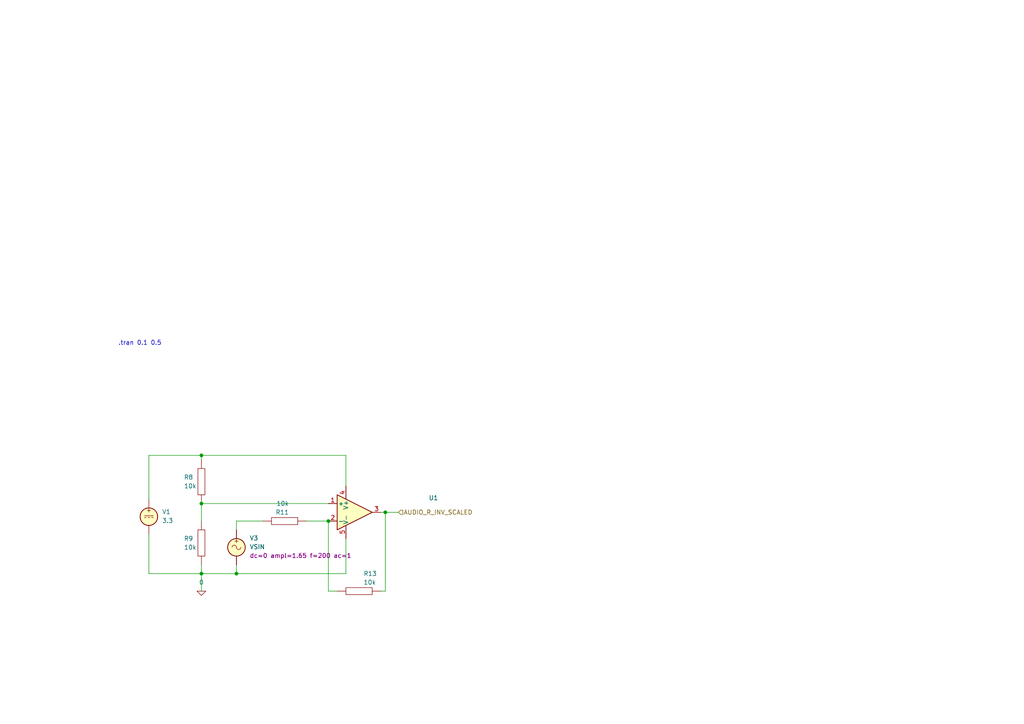
<source format=kicad_sch>
(kicad_sch (version 20230121) (generator eeschema)
  (paper "A4")
  (lib_symbols
    (symbol "Simulation_SPICE:0" (power) (pin_names (offset 0))
      (property "Value" "0" (at 0 -1.778 0))
      (symbol "0_0_1"
        (polyline (pts (xy -1.27 0) (xy 0 -1.27) (xy 1.27 0) (xy -1.27 0)))
      )
      (symbol "0_1_1"
        (pin power_in line (at 0 0 0) (length 0) hide (name "0") (number "1"))
      )
    )
    (symbol "Simulation_SPICE:OPAMP" (pin_names (offset 0.254))
      (property "Reference" "U" (at 3.81 3.175 0))
      (property "Value" "${SIM.PARAMS}" (at 3.81 -3.175 0))
      (symbol "OPAMP_0_1"
        (polyline (pts (xy 5.08 0) (xy -5.08 5.08) (xy -5.08 -5.08) (xy 5.08 0)) (stroke (width 0.254)) (fill (type background)))
      )
      (symbol "OPAMP_1_1"
        (pin input line (at -7.62 2.54 0) (length 2.54) (name "+") (number "1"))
        (pin input line (at -7.62 -2.54 0) (length 2.54) (name "-") (number "2"))
        (pin output line (at 7.62 0 180) (length 2.54) (name "~") (number "3"))
        (pin power_in line (at -2.54 7.62 270) (length 3.81) (name "V+") (number "4"))
        (pin power_in line (at -2.54 -7.62 90) (length 3.81) (name "V-") (number "5"))
      )
    )
    (symbol "Simulation_SPICE:VDC" (pin_numbers hide) (pin_names (offset 0.0254))
      (property "Reference" "V" (at 2.54 2.54 0))
      (property "Value" "1" (at 2.54 0 0))
      (symbol "VDC_0_0"
        (polyline (pts (xy -1.27 0.254) (xy 1.27 0.254)))
        (polyline (pts (xy -0.762 -0.254) (xy -1.27 -0.254)))
        (polyline (pts (xy 0.254 -0.254) (xy -0.254 -0.254)))
        (polyline (pts (xy 1.27 -0.254) (xy 0.762 -0.254)))
        (text "+" (at 0 1.905 0) (effects (font (size 1.27 1.27))))
      )
      (symbol "VDC_0_1"
        (circle (center 0 0) (radius 2.54) (stroke (width 0.254)) (fill (type background)))
      )
      (symbol "VDC_1_1"
        (pin passive line (at 0 5.08 270) (length 2.54) (name "~") (number "1"))
        (pin passive line (at 0 -5.08 90) (length 2.54) (name "~") (number "2"))
      )
    )
    (symbol "Simulation_SPICE:VSIN" (pin_numbers hide) (pin_names (offset 0.0254))
      (property "Reference" "V" (at 2.54 2.54 0))
      (property "Value" "VSIN" (at 2.54 0 0))
      (property "Sim.Params" "dc=0 ampl=1 f=1k ac=1" (at 2.54 -2.54 0))
      (symbol "VSIN_0_0"
        (arc (start 0 0) (mid -0.635 0.6323) (end -1.27 0))
        (arc (start 0 0) (mid 0.635 -0.6323) (end 1.27 0))
        (text "+" (at 0 1.905 0) (effects (font (size 1.27 1.27))))
      )
      (symbol "VSIN_0_1"
        (circle (center 0 0) (radius 2.54) (stroke (width 0.254)) (fill (type background)))
      )
      (symbol "VSIN_1_1"
        (pin passive line (at 0 5.08 270) (length 2.54) (name "~") (number "1"))
        (pin passive line (at 0 -5.08 90) (length 2.54) (name "~") (number "2"))
      )
    )
    (symbol "pspice:R" (pin_numbers hide) (pin_names (offset 0))
      (property "Reference" "R" (at 2.032 0 90))
      (property "Value" "R" (at 0 0 90))
      (symbol "R_0_1"
        (rectangle (start -1.016 3.81) (end 1.016 -3.81))
      )
      (symbol "R_1_1"
        (pin passive line (at 0 6.35 270) (length 2.54) (name "~") (number "1"))
        (pin passive line (at 0 -6.35 90) (length 2.54) (name "~") (number "2"))
      )
    )
  )
  (junction (at 58.42 166.37))
  (junction (at 68.58 166.37))
  (junction (at 58.42 146.05))
  (junction (at 95.25 151.13))
  (junction (at 58.42 132.08))
  (junction (at 111.76 148.59))
  (wire (pts (xy 68.58 153.67) (xy 68.58 151.13)))
  (wire (pts (xy 43.18 166.37) (xy 58.42 166.37)))
  (wire (pts (xy 58.42 163.83) (xy 58.42 166.37)))
  (wire (pts (xy 111.76 171.45) (xy 111.76 148.59)))
  (wire (pts (xy 111.76 148.59) (xy 115.57 148.59)))
  (wire (pts (xy 58.42 132.08) (xy 58.42 133.35)))
  (wire (pts (xy 58.42 146.05) (xy 95.25 146.05)))
  (wire (pts (xy 88.9 151.13) (xy 95.25 151.13)))
  (wire (pts (xy 100.33 132.08) (xy 100.33 140.97)))
  (wire (pts (xy 68.58 166.37) (xy 68.58 163.83)))
  (wire (pts (xy 100.33 156.21) (xy 100.33 166.37)))
  (wire (pts (xy 43.18 132.08) (xy 58.42 132.08)))
  (wire (pts (xy 111.76 148.59) (xy 110.49 148.59)))
  (wire (pts (xy 68.58 151.13) (xy 76.2 151.13)))
  (wire (pts (xy 58.42 132.08) (xy 100.33 132.08)))
  (wire (pts (xy 110.49 171.45) (xy 111.76 171.45)))
  (wire (pts (xy 58.42 166.37) (xy 58.42 171.45)))
  (wire (pts (xy 68.58 166.37) (xy 58.42 166.37)))
  (wire (pts (xy 43.18 154.94) (xy 43.18 166.37)))
  (wire (pts (xy 58.42 146.05) (xy 58.42 151.13)))
  (wire (pts (xy 100.33 166.37) (xy 68.58 166.37)))
  (wire (pts (xy 95.25 171.45) (xy 95.25 151.13)))
  (wire (pts (xy 97.79 171.45) (xy 95.25 171.45)))
  (wire (pts (xy 43.18 144.78) (xy 43.18 132.08)))
  (text ".tran 0.1 0.5" (at 34.29 100.33 0) (effects (font (size 1.27 1.27)) (justify left bottom)))
  (hierarchical_label "AUDIO_R_INV_SCALED" (shape input) (at 115.57 148.59 0))
  (symbol (lib_id "Simulation_SPICE:VDC") (at 43.18 149.86 0) (unit 1)
    (property "Reference" "V1" (at 46.99 148.4602 0) (effects (justify left)))
    (property "Value" "3.3" (at 46.99 151.0002 0) (effects (justify left)))
    (property "Sim.Pins" "1=+ 2=-" (effects hide))
    (property "Sim.Type" "DC" (effects hide))
    (property "Sim.Device" "V" (effects hide))
  )
  (symbol (lib_id "pspice:R") (at 82.55 151.13 90) (unit 1)
    (property "Reference" "R11" (at 83.82 148.59 90) (effects (justify left)))
    (property "Value" "10k" (at 83.82 146.05 90) (effects (justify left)))
  )
  (symbol (lib_id "pspice:R") (at 58.42 139.7 0) (unit 1)
    (property "Reference" "R8" (at 53.34 138.43 0) (effects (justify left)))
    (property "Value" "10k" (at 53.34 140.97 0) (effects (justify left)))
  )
  (symbol (lib_id "pspice:R") (at 104.14 171.45 270) (unit 1)
    (property "Reference" "R13" (at 105.41 166.37 90) (effects (justify left)))
    (property "Value" "10k" (at 105.41 168.91 90) (effects (justify left)))
  )
  (symbol (lib_id "pspice:R") (at 58.42 157.48 0) (unit 1)
    (property "Reference" "R9" (at 53.34 156.21 0) (effects (justify left)))
    (property "Value" "10k" (at 53.34 158.75 0) (effects (justify left)))
  )
  (symbol (lib_id "Simulation_SPICE:VSIN") (at 68.58 158.75 0) (unit 1)
    (property "Reference" "V3" (at 72.39 156.0802 0) (effects (justify left)))
    (property "Value" "VSIN" (at 72.39 158.6202 0) (effects (justify left)))
    (property "Sim.Pins" "1=+ 2=-" (effects hide))
    (property "Sim.Params" "dc=0 ampl=1.65 f=200 ac=1" (at 72.39 161.1602 0) (effects (justify left)))
    (property "Sim.Type" "SIN" (effects hide))
    (property "Sim.Device" "V" (effects hide))
  )
  (symbol (lib_id "Simulation_SPICE:0") (at 58.42 171.45 0) (unit 1)
    (property "Reference" "#GND01" (effects hide))
    (property "Value" "0" (at 58.42 168.91 0))
  )
  (symbol (lib_id "Simulation_SPICE:OPAMP") (at 102.87 148.59 0) (unit 1)
    (property "Reference" "U1" (at 125.73 144.3991 0))
    (property "Value" "${SIM.PARAMS}" (at 125.73 146.9391 0))
    (property "Sim.Pins" "1=1 2=2 3=5 4=3 5=4" (effects hide))
    (property "Sim.Device" "SUBCKT" (effects hide))
    (property "Sim.Library" "TL072.lib" (effects hide))
    (property "Sim.Name" "TL072" (effects hide))
  )
)
</source>
